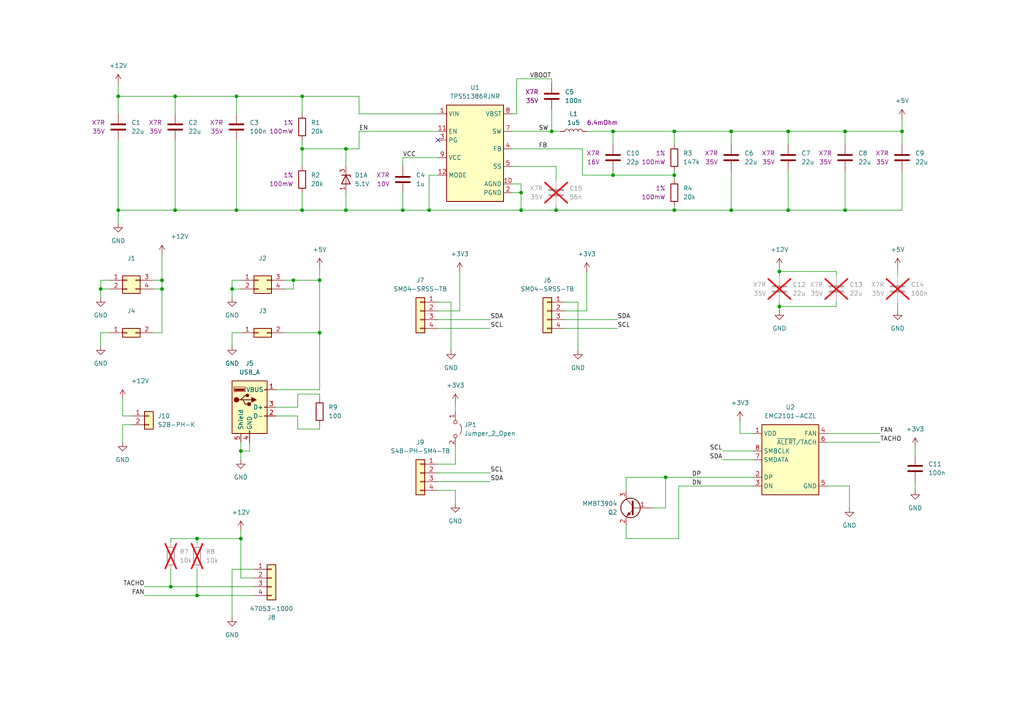
<source format=kicad_sch>
(kicad_sch (version 20231120) (generator "eeschema") (generator_version "8.0")
  (paper "A4")
  (lib_symbols
    (symbol "Connector:USB_A" (pin_names (offset 1.016))
      (property "Reference" "J" (at -5.08 11.43 0))
      (property "Value" "USB_A" (at -5.08 8.89 0))
      (symbol "USB_A_0_1"
        (rectangle (start -5.08 -7.62) (end 5.08 7.62) (stroke (width 0.254)) (fill (type background)))
        (circle (center -3.81 2.159) (radius 0.635) (stroke (width 0.254)) (fill (type outline)))
        (rectangle (start -1.524 4.826) (end -4.318 5.334) (fill (type outline)))
        (rectangle (start -1.27 4.572) (end -4.572 5.842))
        (circle (center -0.635 3.429) (radius 0.381) (stroke (width 0.254)) (fill (type outline)))
        (rectangle (start -0.127 -7.62) (end 0.127 -6.858))
        (polyline (pts (xy -3.175 2.159) (xy -2.54 2.159) (xy -1.27 3.429) (xy -0.635 3.429)) (stroke (width 0.254)))
        (polyline (pts (xy -2.54 2.159) (xy -1.905 2.159) (xy -1.27 0.889) (xy 0 0.889)) (stroke (width 0.254)))
        (polyline (pts (xy 0.635 2.794) (xy 0.635 1.524) (xy 1.905 2.159) (xy 0.635 2.794)) (stroke (width 0.254)) (fill (type outline)))
        (rectangle (start 0.254 1.27) (end -0.508 0.508) (stroke (width 0.254)) (fill (type outline)))
        (rectangle (start 5.08 -2.667) (end 4.318 -2.413))
        (rectangle (start 5.08 -0.127) (end 4.318 0.127))
        (rectangle (start 5.08 4.953) (end 4.318 5.207))
      )
      (symbol "USB_A_1_1"
        (polyline (pts (xy -1.905 2.159) (xy 0.635 2.159)) (stroke (width 0.254)))
        (pin power_in line (at 7.62 5.08 180) (length 2.54) (name "VBUS") (number "1"))
        (pin bidirectional line (at 7.62 -2.54 180) (length 2.54) (name "D-") (number "2"))
        (pin bidirectional line (at 7.62 0 180) (length 2.54) (name "D+") (number "3"))
        (pin power_in line (at 0 -10.16 90) (length 2.54) (name "GND") (number "4"))
        (pin passive line (at -2.54 -10.16 90) (length 2.54) (name "Shield") (number "5"))
      )
    )
    (symbol "Connector_Generic:Conn_01x02" (pin_names (offset 1.016) hide)
      (property "Reference" "J" (at 0 2.54 0))
      (property "Value" "Conn_01x02" (at 0 -5.08 0))
      (symbol "Conn_01x02_1_1"
        (rectangle (start -1.27 -2.413) (end 0 -2.667) (stroke (width 0.1524)))
        (rectangle (start -1.27 0.127) (end 0 -0.127) (stroke (width 0.1524)))
        (rectangle (start -1.27 1.27) (end 1.27 -3.81) (stroke (width 0.254)) (fill (type background)))
        (pin passive line (at -5.08 0 0) (length 3.81) (name "Pin_1") (number "1"))
        (pin passive line (at -5.08 -2.54 0) (length 3.81) (name "Pin_2") (number "2"))
      )
    )
    (symbol "Connector_Generic:Conn_01x04" (pin_names (offset 1.016) hide)
      (property "Reference" "J" (at 0 5.08 0))
      (property "Value" "Conn_01x04" (at 0 -7.62 0))
      (symbol "Conn_01x04_1_1"
        (rectangle (start -1.27 -4.953) (end 0 -5.207) (stroke (width 0.1524)))
        (rectangle (start -1.27 -2.413) (end 0 -2.667) (stroke (width 0.1524)))
        (rectangle (start -1.27 0.127) (end 0 -0.127) (stroke (width 0.1524)))
        (rectangle (start -1.27 2.667) (end 0 2.413) (stroke (width 0.1524)))
        (rectangle (start -1.27 3.81) (end 1.27 -6.35) (stroke (width 0.254)) (fill (type background)))
        (pin passive line (at -5.08 2.54 0) (length 3.81) (name "Pin_1") (number "1"))
        (pin passive line (at -5.08 0 0) (length 3.81) (name "Pin_2") (number "2"))
        (pin passive line (at -5.08 -2.54 0) (length 3.81) (name "Pin_3") (number "3"))
        (pin passive line (at -5.08 -5.08 0) (length 3.81) (name "Pin_4") (number "4"))
      )
    )
    (symbol "Connector_Generic:Conn_02x01" (pin_names (offset 1.016) hide)
      (property "Reference" "J" (at 1.27 2.54 0))
      (property "Value" "Conn_02x01" (at 1.27 -2.54 0))
      (symbol "Conn_02x01_1_1"
        (rectangle (start -1.27 0.127) (end 0 -0.127) (stroke (width 0.1524)))
        (rectangle (start -1.27 1.27) (end 3.81 -1.27) (stroke (width 0.254)) (fill (type background)))
        (rectangle (start 3.81 0.127) (end 2.54 -0.127) (stroke (width 0.1524)))
        (pin passive line (at -5.08 0 0) (length 3.81) (name "Pin_1") (number "1"))
        (pin passive line (at 7.62 0 180) (length 3.81) (name "Pin_2") (number "2"))
      )
    )
    (symbol "Connector_Generic:Conn_02x02_Top_Bottom" (pin_names (offset 1.016) hide)
      (property "Reference" "J" (at 1.27 2.54 0))
      (property "Value" "Conn_02x02_Top_Bottom" (at 1.27 -5.08 0))
      (symbol "Conn_02x02_Top_Bottom_1_1"
        (rectangle (start -1.27 -2.413) (end 0 -2.667) (stroke (width 0.1524)))
        (rectangle (start -1.27 0.127) (end 0 -0.127) (stroke (width 0.1524)))
        (rectangle (start -1.27 1.27) (end 3.81 -3.81) (stroke (width 0.254)) (fill (type background)))
        (rectangle (start 3.81 -2.413) (end 2.54 -2.667) (stroke (width 0.1524)))
        (rectangle (start 3.81 0.127) (end 2.54 -0.127) (stroke (width 0.1524)))
        (pin passive line (at -5.08 0 0) (length 3.81) (name "Pin_1") (number "1"))
        (pin passive line (at -5.08 -2.54 0) (length 3.81) (name "Pin_2") (number "2"))
        (pin passive line (at 7.62 0 180) (length 3.81) (name "Pin_3") (number "3"))
        (pin passive line (at 7.62 -2.54 180) (length 3.81) (name "Pin_4") (number "4"))
      )
    )
    (symbol "Device:C" (pin_numbers hide) (pin_names (offset 0.254))
      (property "Reference" "C" (at 0.635 2.54 0))
      (property "Value" "C" (at 0.635 -2.54 0))
      (symbol "C_0_1"
        (polyline (pts (xy -2.032 -0.762) (xy 2.032 -0.762)) (stroke (width 0.508)))
        (polyline (pts (xy -2.032 0.762) (xy 2.032 0.762)) (stroke (width 0.508)))
      )
      (symbol "C_1_1"
        (pin passive line (at 0 3.81 270) (length 2.794) (name "~") (number "1"))
        (pin passive line (at 0 -3.81 90) (length 2.794) (name "~") (number "2"))
      )
    )
    (symbol "Device:D_Zener_Dual_CommonCathode_AAK_Split" (pin_names (offset 0.762) hide)
      (property "Reference" "D" (at 0 2.54 0))
      (property "Value" "D_Zener_Dual_CommonCathode_AAK_Split" (at 0 -2.54 0))
      (symbol "D_Zener_Dual_CommonCathode_AAK_Split_0_0"
        (polyline (pts (xy 1.27 1.27) (xy 1.27 -1.27) (xy 0.762 -1.27)) (stroke (width 0.254)))
      )
      (symbol "D_Zener_Dual_CommonCathode_AAK_Split_0_1"
        (polyline (pts (xy 1.27 0) (xy -1.27 0)))
        (polyline (pts (xy -1.27 1.27) (xy 1.27 0) (xy -1.27 -1.27) (xy -1.27 1.27) (xy -1.27 1.27) (xy -1.27 1.27)) (stroke (width 0.254)))
        (pin passive line (at 3.81 0 180) (length 2.54) (name "K") (number "3"))
      )
      (symbol "D_Zener_Dual_CommonCathode_AAK_Split_1_1"
        (pin passive line (at -3.81 0 0) (length 2.54) (name "A") (number "1"))
      )
      (symbol "D_Zener_Dual_CommonCathode_AAK_Split_2_1"
        (pin passive line (at -3.81 0 0) (length 2.54) (name "K") (number "2"))
      )
    )
    (symbol "Device:L" (pin_numbers hide) (pin_names (offset 1.016) hide)
      (property "Reference" "L" (at -1.27 0 90))
      (property "Value" "L" (at 1.905 0 90))
      (symbol "L_0_1"
        (arc (start 0 -2.54) (mid 0.6323 -1.905) (end 0 -1.27))
        (arc (start 0 -1.27) (mid 0.6323 -0.635) (end 0 0))
        (arc (start 0 0) (mid 0.6323 0.635) (end 0 1.27))
        (arc (start 0 1.27) (mid 0.6323 1.905) (end 0 2.54))
      )
      (symbol "L_1_1"
        (pin passive line (at 0 3.81 270) (length 1.27) (name "1") (number "1"))
        (pin passive line (at 0 -3.81 90) (length 1.27) (name "2") (number "2"))
      )
    )
    (symbol "Device:R" (pin_numbers hide) (pin_names (offset 0))
      (property "Reference" "R" (at 2.032 0 90))
      (property "Value" "R" (at 0 0 90))
      (symbol "R_0_1"
        (rectangle (start -1.016 -2.54) (end 1.016 2.54) (stroke (width 0.254)))
      )
      (symbol "R_1_1"
        (pin passive line (at 0 3.81 270) (length 1.27) (name "~") (number "1"))
        (pin passive line (at 0 -3.81 90) (length 1.27) (name "~") (number "2"))
      )
    )
    (symbol "Jumper:Jumper_2_Open" (pin_names (offset 0) hide)
      (property "Reference" "JP" (at 0 2.794 0))
      (property "Value" "Jumper_2_Open" (at 0 -2.286 0))
      (symbol "Jumper_2_Open_0_0"
        (circle (center -2.032 0) (radius 0.508))
        (circle (center 2.032 0) (radius 0.508))
      )
      (symbol "Jumper_2_Open_0_1"
        (arc (start 1.524 1.27) (mid 0 1.778) (end -1.524 1.27))
      )
      (symbol "Jumper_2_Open_1_1"
        (pin passive line (at -5.08 0 0) (length 2.54) (name "A") (number "1"))
        (pin passive line (at 5.08 0 180) (length 2.54) (name "B") (number "2"))
      )
    )
    (symbol "Transistor_BJT:MMBT3904" (pin_names (offset 0) hide)
      (property "Reference" "Q" (at 5.08 1.905 0))
      (property "Value" "MMBT3904" (at 5.08 0 0))
      (symbol "MMBT3904_0_1"
        (polyline (pts (xy 0.635 0.635) (xy 2.54 2.54)))
        (polyline (pts (xy 0.635 -0.635) (xy 2.54 -2.54) (xy 2.54 -2.54)))
        (polyline (pts (xy 0.635 1.905) (xy 0.635 -1.905) (xy 0.635 -1.905)) (stroke (width 0.508)))
        (polyline (pts (xy 1.27 -1.778) (xy 1.778 -1.27) (xy 2.286 -2.286) (xy 1.27 -1.778) (xy 1.27 -1.778)) (fill (type outline)))
        (circle (center 1.27 0) (radius 2.8194) (stroke (width 0.254)))
      )
      (symbol "MMBT3904_1_1"
        (pin input line (at -5.08 0 0) (length 5.715) (name "B") (number "1"))
        (pin passive line (at 2.54 -5.08 90) (length 2.54) (name "E") (number "2"))
        (pin passive line (at 2.54 5.08 270) (length 2.54) (name "C") (number "3"))
      )
    )
    (symbol "common:EMC2101-ACZT"
      (property "Reference" "U" (at -7.62 -11.43 0))
      (property "Value" "EMC2101-ACZL" (at -1.27 11.43 0))
      (symbol "EMC2101-ACZT_1_0"
        (pin input line (at -11.43 7.62 0) (length 2.54) (name "VDD") (number "1"))
        (pin input line (at -11.43 -5.08 0) (length 2.54) (name "DP") (number "2"))
        (pin input line (at -11.43 -7.62 0) (length 2.54) (name "DN") (number "3"))
        (pin input line (at 10.16 7.62 180) (length 2.54) (name "FAN") (number "4"))
        (pin input line (at 10.16 -7.62 180) (length 2.54) (name "GND") (number "5"))
        (pin input line (at 10.16 5.08 180) (length 2.54) (name "~{ALERT}/TACH") (number "6"))
        (pin input line (at -11.43 0 0) (length 2.54) (name "SMDATA") (number "7"))
        (pin input line (at -11.43 2.54 0) (length 2.54) (name "SMBCLK") (number "8"))
      )
      (symbol "EMC2101-ACZT_1_1"
        (rectangle (start -8.89 10.16) (end 7.62 -10.16) (stroke (width 0.254)) (fill (type background)))
      )
    )
    (symbol "common:TPS51386RJNR"
      (property "Reference" "U" (at -7.62 15.24 0))
      (property "Value" "TPS51386RJNR" (at -7.62 -15.24 0))
      (symbol "TPS51386RJNR_1_0"
        (pin power_in line (at -10.16 11.43 0) (length 2.54) (name "VIN") (number "1"))
        (pin power_in line (at 11.43 -8.89 180) (length 2.54) (name "AGND") (number "10"))
        (pin input line (at -10.16 6.35 0) (length 2.54) (name "EN") (number "11"))
        (pin input line (at -10.16 -6.35 0) (length 2.54) (name "MODE") (number "12"))
        (pin power_in line (at 11.43 -11.43 180) (length 2.54) (name "PGND") (number "2"))
        (pin output line (at -10.16 3.81 0) (length 2.54) (name "PG") (number "3"))
        (pin input line (at 11.43 1.27 180) (length 2.54) (name "FB") (number "4"))
        (pin output line (at 11.43 -3.81 180) (length 2.54) (name "SS") (number "5"))
        (pin no_connect line (at -10.16 -11.43 0) (length 2.54) hide (name "NC") (number "6"))
        (pin output line (at 11.43 6.35 180) (length 2.54) (name "SW") (number "7"))
        (pin power_in line (at 11.43 11.43 180) (length 2.54) (name "VBST") (number "8"))
        (pin power_out line (at -10.16 -1.27 0) (length 2.54) (name "VCC") (number "9"))
      )
      (symbol "TPS51386RJNR_1_1"
        (rectangle (start -7.62 13.97) (end 8.89 -13.97) (stroke (width 0.254)) (fill (type background)))
      )
    )
    (symbol "power:+12V" (power) (pin_names (offset 0))
      (property "Value" "+12V" (at 0 3.556 0))
      (symbol "+12V_0_1"
        (polyline (pts (xy -0.762 1.27) (xy 0 2.54)))
        (polyline (pts (xy 0 0) (xy 0 2.54)))
        (polyline (pts (xy 0 2.54) (xy 0.762 1.27)))
      )
      (symbol "+12V_1_1"
        (pin power_in line (at 0 0 90) (length 0) hide (name "+12V") (number "1"))
      )
    )
    (symbol "power:+3V3" (power) (pin_names (offset 0))
      (property "Value" "+3V3" (at 0 3.556 0))
      (symbol "+3V3_0_1"
        (polyline (pts (xy -0.762 1.27) (xy 0 2.54)))
        (polyline (pts (xy 0 0) (xy 0 2.54)))
        (polyline (pts (xy 0 2.54) (xy 0.762 1.27)))
      )
      (symbol "+3V3_1_1"
        (pin power_in line (at 0 0 90) (length 0) hide (name "+3V3") (number "1"))
      )
    )
    (symbol "power:+5V" (power) (pin_names (offset 0))
      (property "Value" "+5V" (at 0 3.556 0))
      (symbol "+5V_0_1"
        (polyline (pts (xy -0.762 1.27) (xy 0 2.54)))
        (polyline (pts (xy 0 0) (xy 0 2.54)))
        (polyline (pts (xy 0 2.54) (xy 0.762 1.27)))
      )
      (symbol "+5V_1_1"
        (pin power_in line (at 0 0 90) (length 0) hide (name "+5V") (number "1"))
      )
    )
    (symbol "power:GND" (power) (pin_names (offset 0))
      (property "Value" "GND" (at 0 -3.81 0))
      (symbol "GND_0_1"
        (polyline (pts (xy 0 0) (xy 0 -1.27) (xy 1.27 -1.27) (xy 0 -2.54) (xy -1.27 -1.27) (xy 0 -1.27)))
      )
      (symbol "GND_1_1"
        (pin power_in line (at 0 0 270) (length 0) hide (name "GND") (number "1"))
      )
    )
  )
  (junction (at 92.71 81.28))
  (junction (at 100.33 60.96))
  (junction (at 195.58 50.8))
  (junction (at 226.06 78.74))
  (junction (at 151.13 55.88))
  (junction (at 57.15 172.72))
  (junction (at 245.11 60.96))
  (junction (at 87.63 60.96))
  (junction (at 212.09 60.96))
  (junction (at 226.06 88.9))
  (junction (at 124.46 60.96))
  (junction (at 177.8 50.8))
  (junction (at 212.09 38.1))
  (junction (at 69.85 130.81))
  (junction (at 68.58 60.96))
  (junction (at 87.63 27.94))
  (junction (at 34.29 60.96))
  (junction (at 85.09 81.28))
  (junction (at 116.84 60.96))
  (junction (at 195.58 60.96))
  (junction (at 34.29 27.94))
  (junction (at 69.85 156.21))
  (junction (at 228.6 60.96))
  (junction (at 49.53 170.18))
  (junction (at 46.99 81.28))
  (junction (at 193.04 138.43))
  (junction (at 261.62 38.1))
  (junction (at 100.33 43.18))
  (junction (at 57.15 156.21))
  (junction (at 68.58 27.94))
  (junction (at 67.31 83.82))
  (junction (at 50.8 27.94))
  (junction (at 161.29 60.96))
  (junction (at 29.21 83.82))
  (junction (at 245.11 38.1))
  (junction (at 228.6 38.1))
  (junction (at 46.99 83.82))
  (junction (at 92.71 96.52))
  (junction (at 160.02 38.1))
  (junction (at 177.8 38.1))
  (junction (at 50.8 60.96))
  (junction (at 151.13 60.96))
  (junction (at 87.63 43.18))
  (junction (at 195.58 38.1))
  (no_connect (at 127 40.64))
  (wire (pts (xy 246.38 140.97) (xy 246.38 147.32)))
  (wire (pts (xy 149.86 33.02) (xy 148.59 33.02)))
  (wire (pts (xy 195.58 38.1) (xy 195.58 41.91)))
  (wire (pts (xy 49.53 165.1) (xy 49.53 170.18)))
  (wire (pts (xy 49.53 170.18) (xy 73.66 170.18)))
  (wire (pts (xy 69.85 130.81) (xy 69.85 133.35)))
  (wire (pts (xy 67.31 165.1) (xy 67.31 179.07)))
  (wire (pts (xy 261.62 38.1) (xy 261.62 41.91)))
  (wire (pts (xy 57.15 156.21) (xy 57.15 157.48)))
  (wire (pts (xy 104.14 27.94) (xy 104.14 33.02)))
  (wire (pts (xy 177.8 38.1) (xy 177.8 41.91)))
  (wire (pts (xy 181.61 156.21) (xy 196.85 156.21)))
  (wire (pts (xy 68.58 27.94) (xy 68.58 33.02)))
  (wire (pts (xy 50.8 60.96) (xy 68.58 60.96)))
  (wire (pts (xy 245.11 38.1) (xy 245.11 41.91)))
  (wire (pts (xy 35.56 123.19) (xy 38.1 123.19)))
  (wire (pts (xy 50.8 27.94) (xy 68.58 27.94)))
  (wire (pts (xy 245.11 49.53) (xy 245.11 60.96)))
  (wire (pts (xy 240.03 128.27) (xy 255.27 128.27)))
  (wire (pts (xy 46.99 73.66) (xy 46.99 81.28)))
  (wire (pts (xy 124.46 60.96) (xy 151.13 60.96)))
  (wire (pts (xy 214.63 121.92) (xy 214.63 125.73)))
  (wire (pts (xy 82.55 83.82) (xy 85.09 83.82)))
  (wire (pts (xy 67.31 81.28) (xy 67.31 83.82)))
  (wire (pts (xy 69.85 81.28) (xy 67.31 81.28)))
  (wire (pts (xy 177.8 38.1) (xy 195.58 38.1)))
  (wire (pts (xy 168.91 50.8) (xy 168.91 43.18)))
  (wire (pts (xy 67.31 96.52) (xy 69.85 96.52)))
  (wire (pts (xy 127 142.24) (xy 132.08 142.24)))
  (wire (pts (xy 226.06 78.74) (xy 226.06 77.47)))
  (wire (pts (xy 228.6 60.96) (xy 245.11 60.96)))
  (wire (pts (xy 100.33 43.18) (xy 100.33 48.26)))
  (wire (pts (xy 124.46 60.96) (xy 116.84 60.96)))
  (wire (pts (xy 265.43 139.7) (xy 265.43 142.24)))
  (wire (pts (xy 127 92.71) (xy 142.24 92.71)))
  (wire (pts (xy 69.85 156.21) (xy 69.85 153.67)))
  (wire (pts (xy 92.71 114.3) (xy 86.36 114.3)))
  (wire (pts (xy 151.13 60.96) (xy 151.13 55.88)))
  (wire (pts (xy 29.21 81.28) (xy 29.21 83.82)))
  (wire (pts (xy 226.06 78.74) (xy 242.57 78.74)))
  (wire (pts (xy 87.63 43.18) (xy 87.63 48.26)))
  (wire (pts (xy 196.85 140.97) (xy 218.44 140.97)))
  (wire (pts (xy 212.09 60.96) (xy 228.6 60.96)))
  (wire (pts (xy 160.02 22.86) (xy 149.86 22.86)))
  (wire (pts (xy 226.06 88.9) (xy 226.06 90.17)))
  (wire (pts (xy 261.62 60.96) (xy 261.62 49.53)))
  (wire (pts (xy 212.09 38.1) (xy 212.09 41.91)))
  (wire (pts (xy 85.09 81.28) (xy 92.71 81.28)))
  (wire (pts (xy 160.02 31.75) (xy 160.02 38.1)))
  (wire (pts (xy 50.8 27.94) (xy 50.8 33.02)))
  (wire (pts (xy 161.29 60.96) (xy 195.58 60.96)))
  (wire (pts (xy 31.75 81.28) (xy 29.21 81.28)))
  (wire (pts (xy 133.35 78.74) (xy 133.35 90.17)))
  (wire (pts (xy 265.43 129.54) (xy 265.43 132.08)))
  (wire (pts (xy 67.31 83.82) (xy 69.85 83.82)))
  (wire (pts (xy 226.06 88.9) (xy 242.57 88.9)))
  (wire (pts (xy 163.83 92.71) (xy 179.07 92.71)))
  (wire (pts (xy 104.14 33.02) (xy 127 33.02)))
  (wire (pts (xy 160.02 38.1) (xy 162.56 38.1)))
  (wire (pts (xy 68.58 40.64) (xy 68.58 60.96)))
  (wire (pts (xy 92.71 81.28) (xy 92.71 96.52)))
  (wire (pts (xy 87.63 27.94) (xy 104.14 27.94)))
  (wire (pts (xy 228.6 49.53) (xy 228.6 60.96)))
  (wire (pts (xy 34.29 24.13) (xy 34.29 27.94)))
  (wire (pts (xy 195.58 60.96) (xy 212.09 60.96)))
  (wire (pts (xy 100.33 55.88) (xy 100.33 60.96)))
  (wire (pts (xy 34.29 60.96) (xy 34.29 40.64)))
  (wire (pts (xy 240.03 125.73) (xy 255.27 125.73)))
  (wire (pts (xy 67.31 100.33) (xy 67.31 96.52)))
  (wire (pts (xy 127 50.8) (xy 124.46 50.8)))
  (wire (pts (xy 226.06 78.74) (xy 226.06 80.01)))
  (wire (pts (xy 160.02 22.86) (xy 160.02 24.13)))
  (wire (pts (xy 35.56 128.27) (xy 35.56 123.19)))
  (wire (pts (xy 104.14 38.1) (xy 104.14 43.18)))
  (wire (pts (xy 86.36 124.46) (xy 92.71 124.46)))
  (wire (pts (xy 212.09 49.53) (xy 212.09 60.96)))
  (wire (pts (xy 170.18 90.17) (xy 163.83 90.17)))
  (wire (pts (xy 87.63 55.88) (xy 87.63 60.96)))
  (wire (pts (xy 245.11 38.1) (xy 261.62 38.1)))
  (wire (pts (xy 195.58 50.8) (xy 177.8 50.8)))
  (wire (pts (xy 82.55 96.52) (xy 92.71 96.52)))
  (wire (pts (xy 181.61 138.43) (xy 193.04 138.43)))
  (wire (pts (xy 260.35 87.63) (xy 260.35 90.17)))
  (wire (pts (xy 57.15 172.72) (xy 73.66 172.72)))
  (wire (pts (xy 69.85 130.81) (xy 72.39 130.81)))
  (wire (pts (xy 195.58 49.53) (xy 195.58 50.8)))
  (wire (pts (xy 170.18 78.74) (xy 170.18 90.17)))
  (wire (pts (xy 167.64 87.63) (xy 167.64 101.6)))
  (wire (pts (xy 49.53 156.21) (xy 57.15 156.21)))
  (wire (pts (xy 87.63 43.18) (xy 100.33 43.18)))
  (wire (pts (xy 100.33 60.96) (xy 87.63 60.96)))
  (wire (pts (xy 195.58 59.69) (xy 195.58 60.96)))
  (wire (pts (xy 35.56 115.57) (xy 35.56 120.65)))
  (wire (pts (xy 104.14 43.18) (xy 100.33 43.18)))
  (wire (pts (xy 49.53 157.48) (xy 49.53 156.21)))
  (wire (pts (xy 196.85 156.21) (xy 196.85 140.97)))
  (wire (pts (xy 148.59 38.1) (xy 160.02 38.1)))
  (wire (pts (xy 87.63 27.94) (xy 87.63 33.02)))
  (wire (pts (xy 127 137.16) (xy 142.24 137.16)))
  (wire (pts (xy 228.6 38.1) (xy 245.11 38.1)))
  (wire (pts (xy 168.91 43.18) (xy 148.59 43.18)))
  (wire (pts (xy 116.84 48.26) (xy 116.84 45.72)))
  (wire (pts (xy 149.86 22.86) (xy 149.86 33.02)))
  (wire (pts (xy 92.71 77.47) (xy 92.71 81.28)))
  (wire (pts (xy 92.71 114.3) (xy 92.71 115.57)))
  (wire (pts (xy 34.29 27.94) (xy 50.8 27.94)))
  (wire (pts (xy 151.13 60.96) (xy 161.29 60.96)))
  (wire (pts (xy 86.36 114.3) (xy 86.36 118.11)))
  (wire (pts (xy 177.8 49.53) (xy 177.8 50.8)))
  (wire (pts (xy 133.35 90.17) (xy 127 90.17)))
  (wire (pts (xy 193.04 138.43) (xy 218.44 138.43)))
  (wire (pts (xy 34.29 60.96) (xy 50.8 60.96)))
  (wire (pts (xy 261.62 34.29) (xy 261.62 38.1)))
  (wire (pts (xy 181.61 152.4) (xy 181.61 156.21)))
  (wire (pts (xy 67.31 83.82) (xy 67.31 86.36)))
  (wire (pts (xy 124.46 50.8) (xy 124.46 60.96)))
  (wire (pts (xy 29.21 100.33) (xy 29.21 96.52)))
  (wire (pts (xy 127 87.63) (xy 130.81 87.63)))
  (wire (pts (xy 163.83 87.63) (xy 167.64 87.63)))
  (wire (pts (xy 127 139.7) (xy 142.24 139.7)))
  (wire (pts (xy 80.01 120.65) (xy 86.36 120.65)))
  (wire (pts (xy 242.57 88.9) (xy 242.57 87.63)))
  (wire (pts (xy 67.31 165.1) (xy 73.66 165.1)))
  (wire (pts (xy 209.55 133.35) (xy 218.44 133.35)))
  (wire (pts (xy 57.15 156.21) (xy 69.85 156.21)))
  (wire (pts (xy 44.45 96.52) (xy 46.99 96.52)))
  (wire (pts (xy 163.83 95.25) (xy 179.07 95.25)))
  (wire (pts (xy 132.08 134.62) (xy 132.08 129.54)))
  (wire (pts (xy 50.8 60.96) (xy 50.8 40.64)))
  (wire (pts (xy 116.84 60.96) (xy 116.84 55.88)))
  (wire (pts (xy 151.13 55.88) (xy 151.13 53.34)))
  (wire (pts (xy 44.45 81.28) (xy 46.99 81.28)))
  (wire (pts (xy 69.85 128.27) (xy 69.85 130.81)))
  (wire (pts (xy 92.71 123.19) (xy 92.71 124.46)))
  (wire (pts (xy 127 95.25) (xy 142.24 95.25)))
  (wire (pts (xy 127 38.1) (xy 104.14 38.1)))
  (wire (pts (xy 170.18 38.1) (xy 177.8 38.1)))
  (wire (pts (xy 127 134.62) (xy 132.08 134.62)))
  (wire (pts (xy 177.8 50.8) (xy 168.91 50.8)))
  (wire (pts (xy 212.09 38.1) (xy 228.6 38.1)))
  (wire (pts (xy 240.03 140.97) (xy 246.38 140.97)))
  (wire (pts (xy 44.45 83.82) (xy 46.99 83.82)))
  (wire (pts (xy 57.15 165.1) (xy 57.15 172.72)))
  (wire (pts (xy 86.36 120.65) (xy 86.36 124.46)))
  (wire (pts (xy 82.55 81.28) (xy 85.09 81.28)))
  (wire (pts (xy 69.85 167.64) (xy 73.66 167.64)))
  (wire (pts (xy 161.29 59.69) (xy 161.29 60.96)))
  (wire (pts (xy 29.21 83.82) (xy 31.75 83.82)))
  (wire (pts (xy 132.08 116.84) (xy 132.08 119.38)))
  (wire (pts (xy 193.04 138.43) (xy 193.04 147.32)))
  (wire (pts (xy 34.29 33.02) (xy 34.29 27.94)))
  (wire (pts (xy 72.39 130.81) (xy 72.39 128.27)))
  (wire (pts (xy 34.29 60.96) (xy 34.29 64.77)))
  (wire (pts (xy 195.58 50.8) (xy 195.58 52.07)))
  (wire (pts (xy 181.61 142.24) (xy 181.61 138.43)))
  (wire (pts (xy 116.84 45.72) (xy 127 45.72)))
  (wire (pts (xy 226.06 87.63) (xy 226.06 88.9)))
  (wire (pts (xy 214.63 125.73) (xy 218.44 125.73)))
  (wire (pts (xy 41.91 172.72) (xy 57.15 172.72)))
  (wire (pts (xy 228.6 38.1) (xy 228.6 41.91)))
  (wire (pts (xy 85.09 81.28) (xy 85.09 83.82)))
  (wire (pts (xy 29.21 96.52) (xy 31.75 96.52)))
  (wire (pts (xy 148.59 53.34) (xy 151.13 53.34)))
  (wire (pts (xy 29.21 83.82) (xy 29.21 86.36)))
  (wire (pts (xy 132.08 142.24) (xy 132.08 146.05)))
  (wire (pts (xy 245.11 60.96) (xy 261.62 60.96)))
  (wire (pts (xy 148.59 48.26) (xy 161.29 48.26)))
  (wire (pts (xy 80.01 113.03) (xy 92.71 113.03)))
  (wire (pts (xy 35.56 120.65) (xy 38.1 120.65)))
  (wire (pts (xy 242.57 78.74) (xy 242.57 80.01)))
  (wire (pts (xy 148.59 55.88) (xy 151.13 55.88)))
  (wire (pts (xy 193.04 147.32) (xy 189.23 147.32)))
  (wire (pts (xy 209.55 130.81) (xy 218.44 130.81)))
  (wire (pts (xy 68.58 60.96) (xy 87.63 60.96)))
  (wire (pts (xy 68.58 27.94) (xy 87.63 27.94)))
  (wire (pts (xy 86.36 118.11) (xy 80.01 118.11)))
  (wire (pts (xy 100.33 60.96) (xy 116.84 60.96)))
  (wire (pts (xy 130.81 87.63) (xy 130.81 101.6)))
  (wire (pts (xy 69.85 156.21) (xy 69.85 167.64)))
  (wire (pts (xy 161.29 48.26) (xy 161.29 52.07)))
  (wire (pts (xy 46.99 81.28) (xy 46.99 83.82)))
  (wire (pts (xy 260.35 77.47) (xy 260.35 80.01)))
  (wire (pts (xy 41.91 170.18) (xy 49.53 170.18)))
  (wire (pts (xy 195.58 38.1) (xy 212.09 38.1)))
  (wire (pts (xy 46.99 96.52) (xy 46.99 83.82)))
  (wire (pts (xy 87.63 40.64) (xy 87.63 43.18)))
  (wire (pts (xy 92.71 96.52) (xy 92.71 113.03)))
  (label "FAN" (at 255.27 125.73 0))
  (label "SDA" (at 209.55 133.35 180))
  (label "DP" (at 200.66 138.43 0))
  (label "FB" (at 156.21 43.18 0))
  (label "SW" (at 156.21 38.1 0))
  (label "SDA" (at 179.07 92.71 0))
  (label "SCL" (at 209.55 130.81 180))
  (label "TACHO" (at 255.27 128.27 0))
  (label "SDA" (at 142.24 92.71 0))
  (label "TACHO" (at 41.91 170.18 180))
  (label "SCL" (at 142.24 95.25 0))
  (label "SCL" (at 179.07 95.25 0))
  (label "DN" (at 200.66 140.97 0))
  (label "FAN" (at 41.91 172.72 180))
  (label "SCL" (at 142.24 137.16 0))
  (label "VCC" (at 116.84 45.72 0))
  (label "SDA" (at 142.24 139.7 0))
  (label "EN" (at 104.14 38.1 0))
  (label "VBOOT" (at 153.67 22.86 0))
  (symbol (lib_id "common:TPS51386RJNR") (at 137.16 44.45 0) (unit 1)
    (property "Reference" "U1" (at 137.795 25.4 0))
    (property "Value" "TPS51386RJNR" (at 137.795 27.94 0))
    (property "Footprint" "common:Texas_VQFN-HR-12_2x3mm_P0.5mm" (effects (hide yes)))
    (property "Datasheet" "https://www.ti.com/lit/ds/symlink/tps51386.pdf" (effects (hide yes)))
  )
  (symbol (lib_id "Device:R") (at 195.58 55.88 0) (unit 1)
    (property "Reference" "R4" (at 198.12 54.61 0) (effects (justify left)))
    (property "Value" "20k" (at 198.12 57.15 0) (effects (justify left)))
    (property "Footprint" "Resistor_SMD:R_0805_2012Metric" (effects (hide yes)))
    (property "Tolerance" "1%" (at 193.04 54.61 0) (effects (justify right)))
    (property "Power Rating" "100mW" (at 193.04 57.15 0) (effects (justify right)))
  )
  (symbol (lib_id "Device:L") (at 166.37 38.1 90) (unit 1)
    (property "Reference" "L1" (at 166.37 33.02 90))
    (property "Value" "1u5" (at 166.37 35.56 90))
    (property "Footprint" "common:L_Bourns_SRP6050CA_6.6x6.4mm" (effects (hide yes)))
    (property "DSR" "6.4mOhm" (at 170.18 35.56 90) (effects (justify right)))
    (property "MPN" "SRP6050CA-1R5M" (effects (hide yes)))
  )
  (symbol (lib_id "power:GND") (at 226.06 90.17 0) (unit 1)
    (property "Reference" "#PWR025" (effects (hide yes)))
    (property "Value" "GND" (at 226.06 95.25 0))
  )
  (symbol (lib_id "Device:R") (at 195.58 45.72 0) (unit 1)
    (property "Reference" "R3" (at 198.12 44.45 0) (effects (justify left)))
    (property "Value" "147k" (at 198.12 46.99 0) (effects (justify left)))
    (property "Footprint" "Resistor_SMD:R_0805_2012Metric" (effects (hide yes)))
    (property "Tolerance" "1%" (at 193.04 44.45 0) (effects (justify right)))
    (property "Power Rating" "100mW" (at 193.04 46.99 0) (effects (justify right)))
  )
  (symbol (lib_id "power:GND") (at 67.31 100.33 0) (unit 1)
    (property "Reference" "#PWR04" (effects (hide yes)))
    (property "Value" "GND" (at 67.31 105.41 0))
  )
  (symbol (lib_id "Device:C") (at 34.29 36.83 0) (unit 1)
    (property "Reference" "C1" (at 38.1 35.56 0) (effects (justify left)))
    (property "Value" "22u" (at 38.1 38.1 0) (effects (justify left)))
    (property "Footprint" "Capacitor_SMD:C_1206_3216Metric" (effects (hide yes)))
    (property "Dielectric" "X7R" (at 30.48 35.56 0) (effects (justify right)))
    (property "Voltage Rating" "35V" (at 30.48 38.1 0) (effects (justify right)))
  )
  (symbol (lib_id "power:+12V") (at 46.99 73.66 0) (unit 1)
    (property "Reference" "#PWR020" (effects (hide yes)))
    (property "Value" "+12V" (at 52.07 68.58 0))
  )
  (symbol (lib_id "Device:R") (at 87.63 52.07 0) (unit 1)
    (property "Reference" "R2" (at 90.17 50.8 0) (effects (justify left)))
    (property "Value" "20k" (at 90.17 53.34 0) (effects (justify left)))
    (property "Footprint" "Resistor_SMD:R_0805_2012Metric" (effects (hide yes)))
    (property "Tolerance" "1%" (at 85.09 50.8 0) (effects (justify right)))
    (property "Power Rating" "100mW" (at 85.09 53.34 0) (effects (justify right)))
  )
  (symbol (lib_id "common:EMC2101-ACZT") (at 229.87 133.35 0) (unit 1)
    (property "Reference" "U2" (at 229.235 118.11 0))
    (property "Value" "EMC2101-ACZL" (at 229.235 120.65 0))
    (property "Footprint" "Package_SO:SOIC-8_3.9x4.9mm_P1.27mm" (effects (hide yes)))
  )
  (symbol (lib_id "power:+12V") (at 226.06 77.47 0) (unit 1)
    (property "Reference" "#PWR024" (effects (hide yes)))
    (property "Value" "+12V" (at 226.06 72.39 0))
  )
  (symbol (lib_id "power:+5V") (at 261.62 34.29 0) (unit 1)
    (property "Reference" "#PWR05" (effects (hide yes)))
    (property "Value" "+5V" (at 261.62 29.21 0))
  )
  (symbol (lib_id "power:GND") (at 167.64 101.6 0) (mirror y) (unit 1)
    (property "Reference" "#PWR010" (effects (hide yes)))
    (property "Value" "GND" (at 167.64 106.68 0))
  )
  (symbol (lib_id "Device:C") (at 261.62 45.72 0) (unit 1)
    (property "Reference" "C9" (at 265.43 44.45 0) (effects (justify left)))
    (property "Value" "22u" (at 265.43 46.99 0) (effects (justify left)))
    (property "Footprint" "Capacitor_SMD:C_1206_3216Metric" (effects (hide yes)))
    (property "Dielectric" "X7R" (at 257.81 44.45 0) (effects (justify right)))
    (property "Voltage Rating" "35V" (at 257.81 46.99 0) (effects (justify right)))
  )
  (symbol (lib_id "power:+12V") (at 69.85 153.67 0) (unit 1)
    (property "Reference" "#PWR015" (effects (hide yes)))
    (property "Value" "+12V" (at 69.85 148.59 0))
  )
  (symbol (lib_id "Device:D_Zener_Dual_CommonCathode_AAK_Split") (at 100.33 52.07 90) (unit 1)
    (property "Reference" "D1" (at 102.87 50.8 90) (effects (justify right)))
    (property "Value" "5.1V" (at 102.87 53.34 90) (effects (justify right)))
    (property "Footprint" "Package_TO_SOT_SMD:SOT-23" (effects (hide yes)))
    (property "MPN" "MMBZ5231BLT1G" (effects (hide yes)))
  )
  (symbol (lib_id "Device:C") (at 226.06 83.82 0) (unit 1) (dnp yes)
    (property "Reference" "C12" (at 229.87 82.55 0) (effects (justify left)))
    (property "Value" "22u" (at 229.87 85.09 0) (effects (justify left)))
    (property "Footprint" "Capacitor_SMD:C_1206_3216Metric" (effects (hide yes)))
    (property "Dielectric" "X7R" (at 222.25 82.55 0) (effects (justify right)))
    (property "Voltage Rating" "35V" (at 222.25 85.09 0) (effects (justify right)))
  )
  (symbol (lib_id "Connector_Generic:Conn_01x04") (at 121.92 90.17 0) (mirror y) (unit 1)
    (property "Reference" "J7" (at 121.92 81.28 0))
    (property "Value" "SM04-SRSS-TB" (at 121.92 83.82 0))
    (property "Footprint" "common:JST_SH_SM04B-SRSS-TB_1x04-1MP_P1.00mm_Horizontal" (effects (hide yes)))
  )
  (symbol (lib_id "power:+12V") (at 35.56 115.57 0) (unit 1)
    (property "Reference" "#PWR018" (effects (hide yes)))
    (property "Value" "+12V" (at 40.64 110.49 0))
  )
  (symbol (lib_id "Connector_Generic:Conn_01x04") (at 121.92 137.16 0) (mirror y) (unit 1)
    (property "Reference" "J9" (at 121.92 128.27 0))
    (property "Value" "S4B-PH-SM4-TB" (at 121.92 130.81 0))
    (property "Footprint" "common:JST_PH_S4B-PH-SM4-TB_1x04-1MP_P2.00mm_Horizontal" (effects (hide yes)))
    (property "MPN" "S4B-PH-SM4-TB" (effects (hide yes)))
  )
  (symbol (lib_id "power:GND") (at 67.31 86.36 0) (unit 1)
    (property "Reference" "#PWR02" (effects (hide yes)))
    (property "Value" "GND" (at 67.31 91.44 0))
  )
  (symbol (lib_id "Connector_Generic:Conn_02x01") (at 74.93 96.52 0) (unit 1)
    (property "Reference" "J3" (at 76.2 90.17 0))
    (property "Value" "Conn_02x01" (effects (hide yes)))
    (property "Footprint" "common:Molex_Mini-Fit_Jr_5569-02A2_2x01_P4.20mm_Horizontal" (effects (hide yes)))
  )
  (symbol (lib_id "power:GND") (at 265.43 142.24 0) (mirror y) (unit 1)
    (property "Reference" "#PWR012" (effects (hide yes)))
    (property "Value" "GND" (at 265.43 147.32 0))
  )
  (symbol (lib_id "power:+3V3") (at 170.18 78.74 0) (mirror y) (unit 1)
    (property "Reference" "#PWR09" (effects (hide yes)))
    (property "Value" "+3V3" (at 170.18 73.66 0))
  )
  (symbol (lib_id "Device:C") (at 260.35 83.82 0) (unit 1) (dnp yes)
    (property "Reference" "C14" (at 264.16 82.55 0) (effects (justify left)))
    (property "Value" "100n" (at 264.16 85.09 0) (effects (justify left)))
    (property "Footprint" "Capacitor_SMD:C_0603_1608Metric" (effects (hide yes)))
    (property "Dielectric" "X7R" (at 256.54 82.55 0) (effects (justify right)))
    (property "Voltage Rating" "35V" (at 256.54 85.09 0) (effects (justify right)))
  )
  (symbol (lib_id "Device:C") (at 265.43 135.89 0) (unit 1)
    (property "Reference" "C11" (at 269.24 134.62 0) (effects (justify left)))
    (property "Value" "100n" (at 269.24 137.16 0) (effects (justify left)))
    (property "Footprint" "Capacitor_SMD:C_0603_1608Metric" (effects (hide yes)))
    (property "Dielectric" "X7R" (effects (hide yes)))
    (property "Voltage Rating" "35V" (effects (hide yes)))
  )
  (symbol (lib_id "Device:C") (at 50.8 36.83 0) (unit 1)
    (property "Reference" "C2" (at 54.61 35.56 0) (effects (justify left)))
    (property "Value" "22u" (at 54.61 38.1 0) (effects (justify left)))
    (property "Footprint" "Capacitor_SMD:C_1206_3216Metric" (effects (hide yes)))
    (property "Dielectric" "X7R" (at 46.99 35.56 0) (effects (justify right)))
    (property "Voltage Rating" "35V" (at 46.99 38.1 0) (effects (justify right)))
  )
  (symbol (lib_id "Connector_Generic:Conn_02x02_Top_Bottom") (at 36.83 81.28 0) (unit 1)
    (property "Reference" "J1" (at 38.1 74.93 0))
    (property "Value" "Conn_02x02_Top_Bottom" (effects (hide yes)))
    (property "Footprint" "common:Molex_Mini-Fit_Jr_5569-04A2_2x02_P4.20mm_Horizontal" (effects (hide yes)))
  )
  (symbol (lib_id "power:GND") (at 69.85 133.35 0) (unit 1)
    (property "Reference" "#PWR08" (effects (hide yes)))
    (property "Value" "GND" (at 69.85 138.43 0))
  )
  (symbol (lib_id "Device:C") (at 160.02 27.94 0) (unit 1)
    (property "Reference" "C5" (at 163.83 26.67 0) (effects (justify left)))
    (property "Value" "100n" (at 163.83 29.21 0) (effects (justify left)))
    (property "Footprint" "Capacitor_SMD:C_0603_1608Metric" (effects (hide yes)))
    (property "Dielectric" "X7R" (at 156.21 26.67 0) (effects (justify right)))
    (property "Voltage Rating" "35V" (at 156.21 29.21 0) (effects (justify right)))
  )
  (symbol (lib_id "Transistor_BJT:MMBT3904") (at 184.15 147.32 0) (mirror y) (unit 1)
    (property "Reference" "Q2" (at 179.07 148.59 0) (effects (justify left)))
    (property "Value" "MMBT3904" (at 179.07 146.05 0) (effects (justify left)))
    (property "Footprint" "Package_TO_SOT_SMD:SOT-23" (effects (hide yes)))
    (property "Datasheet" "https://www.onsemi.com/pdf/datasheet/pzt3904-d.pdf" (effects (hide yes)))
  )
  (symbol (lib_id "power:+3V3") (at 133.35 78.74 0) (mirror y) (unit 1)
    (property "Reference" "#PWR022" (effects (hide yes)))
    (property "Value" "+3V3" (at 133.35 73.66 0))
  )
  (symbol (lib_id "power:+3V3") (at 214.63 121.92 0) (mirror y) (unit 1)
    (property "Reference" "#PWR013" (effects (hide yes)))
    (property "Value" "+3V3" (at 214.63 116.84 0))
  )
  (symbol (lib_id "power:GND") (at 35.56 128.27 0) (unit 1)
    (property "Reference" "#PWR021" (effects (hide yes)))
    (property "Value" "GND" (at 35.56 133.35 0))
  )
  (symbol (lib_id "Device:C") (at 161.29 55.88 0) (unit 1) (dnp yes)
    (property "Reference" "C15" (at 165.1 54.61 0) (effects (justify left)))
    (property "Value" "56n" (at 165.1 57.15 0) (effects (justify left)))
    (property "Footprint" "Capacitor_SMD:C_0603_1608Metric" (effects (hide yes)))
    (property "Dielectric" "X7R" (at 157.48 54.61 0) (effects (justify right)))
    (property "Voltage Rating" "35V" (at 157.48 57.15 0) (effects (justify right)))
  )
  (symbol (lib_id "Device:R") (at 49.53 161.29 0) (unit 1) (dnp yes)
    (property "Reference" "R7" (at 52.07 160.02 0) (effects (justify left)))
    (property "Value" "10k" (at 52.07 162.56 0) (effects (justify left)))
    (property "Footprint" "Resistor_SMD:R_0805_2012Metric" (effects (hide yes)))
    (property "Tolerance" "1%" (effects (hide yes)))
    (property "Power Rating" "100mW" (effects (hide yes)))
  )
  (symbol (lib_id "Connector_Generic:Conn_02x01") (at 36.83 96.52 0) (unit 1)
    (property "Reference" "J4" (at 38.1 90.17 0))
    (property "Value" "Conn_02x01" (effects (hide yes)))
    (property "Footprint" "common:Molex_Mini-Fit_Jr_5569-02A2_2x01_P4.20mm_Horizontal" (effects (hide yes)))
  )
  (symbol (lib_id "power:+3V3") (at 265.43 129.54 0) (mirror y) (unit 1)
    (property "Reference" "#PWR011" (effects (hide yes)))
    (property "Value" "+3V3" (at 265.43 124.46 0))
  )
  (symbol (lib_id "Connector:USB_A") (at 72.39 118.11 0) (unit 1)
    (property "Reference" "J5" (at 72.39 105.41 0))
    (property "Value" "USB_A" (at 72.39 107.95 0))
    (property "Footprint" "common:AMP_87583-2010RPLF" (effects (hide yes)))
    (property "Datasheet" " ~" (effects (hide yes)))
    (property "MPN" "87583-2010RPLF" (effects (hide yes)))
  )
  (symbol (lib_id "Device:C") (at 242.57 83.82 0) (unit 1) (dnp yes)
    (property "Reference" "C13" (at 246.38 82.55 0) (effects (justify left)))
    (property "Value" "22u" (at 246.38 85.09 0) (effects (justify left)))
    (property "Footprint" "Capacitor_SMD:C_1206_3216Metric" (effects (hide yes)))
    (property "Dielectric" "X7R" (at 238.76 82.55 0) (effects (justify right)))
    (property "Voltage Rating" "35V" (at 238.76 85.09 0) (effects (justify right)))
  )
  (symbol (lib_id "Device:C") (at 228.6 45.72 0) (unit 1)
    (property "Reference" "C7" (at 232.41 44.45 0) (effects (justify left)))
    (property "Value" "22u" (at 232.41 46.99 0) (effects (justify left)))
    (property "Footprint" "Capacitor_SMD:C_1206_3216Metric" (effects (hide yes)))
    (property "Dielectric" "X7R" (at 224.79 44.45 0) (effects (justify right)))
    (property "Voltage Rating" "35V" (at 224.79 46.99 0) (effects (justify right)))
  )
  (symbol (lib_id "power:+12V") (at 34.29 24.13 0) (unit 1)
    (property "Reference" "#PWR019" (effects (hide yes)))
    (property "Value" "+12V" (at 34.29 19.05 0))
  )
  (symbol (lib_id "power:+5V") (at 260.35 77.47 0) (unit 1)
    (property "Reference" "#PWR023" (effects (hide yes)))
    (property "Value" "+5V" (at 260.35 72.39 0))
  )
  (symbol (lib_id "power:GND") (at 132.08 146.05 0) (mirror y) (unit 1)
    (property "Reference" "#PWR027" (effects (hide yes)))
    (property "Value" "GND" (at 132.08 151.13 0))
  )
  (symbol (lib_id "Connector_Generic:Conn_01x04") (at 158.75 90.17 0) (mirror y) (unit 1)
    (property "Reference" "J6" (at 158.75 81.28 0))
    (property "Value" "SM04-SRSS-TB" (at 158.75 83.82 0))
    (property "Footprint" "common:JST_SH_SM04B-SRSS-TB_1x04-1MP_P1.00mm_Horizontal" (effects (hide yes)))
  )
  (symbol (lib_id "Device:C") (at 245.11 45.72 0) (unit 1)
    (property "Reference" "C8" (at 248.92 44.45 0) (effects (justify left)))
    (property "Value" "22u" (at 248.92 46.99 0) (effects (justify left)))
    (property "Footprint" "Capacitor_SMD:C_1206_3216Metric" (effects (hide yes)))
    (property "Dielectric" "X7R" (at 241.3 44.45 0) (effects (justify right)))
    (property "Voltage Rating" "35V" (at 241.3 46.99 0) (effects (justify right)))
  )
  (symbol (lib_id "power:GND") (at 67.31 179.07 0) (mirror y) (unit 1)
    (property "Reference" "#PWR014" (effects (hide yes)))
    (property "Value" "GND" (at 67.31 184.15 0))
  )
  (symbol (lib_id "Connector_Generic:Conn_01x04") (at 78.74 167.64 0) (unit 1)
    (property "Reference" "J8" (at 78.74 179.07 0))
    (property "Value" "47053-1000" (at 78.74 176.53 0))
    (property "Footprint" "Connector:FanPinHeader_1x04_P2.54mm_Vertical" (effects (hide yes)))
  )
  (symbol (lib_id "Connector_Generic:Conn_01x02") (at 43.18 120.65 0) (unit 1)
    (property "Reference" "J10" (at 45.72 120.6499 0) (effects (justify left)))
    (property "Value" "S2B-PH-K" (at 45.72 123.1899 0) (effects (justify left)))
    (property "Footprint" "Connector_JST:JST_PH_S2B-PH-K_1x02_P2.00mm_Horizontal" (effects (hide yes)))
    (property "Description" "Generic connector, single row, 01x02, script generated (kicad-library-utils/schlib/autogen/connector/)" (effects (hide yes)))
    (property "MPN" "S2B-PH-K" (effects (hide yes)))
  )
  (symbol (lib_id "Device:C") (at 212.09 45.72 0) (unit 1)
    (property "Reference" "C6" (at 215.9 44.45 0) (effects (justify left)))
    (property "Value" "22u" (at 215.9 46.99 0) (effects (justify left)))
    (property "Footprint" "Capacitor_SMD:C_1206_3216Metric" (effects (hide yes)))
    (property "Dielectric" "X7R" (at 208.28 44.45 0) (effects (justify right)))
    (property "Voltage Rating" "35V" (at 208.28 46.99 0) (effects (justify right)))
  )
  (symbol (lib_id "Jumper:Jumper_2_Open") (at 132.08 124.46 270) (unit 1)
    (property "Reference" "JP1" (at 134.62 123.1899 90) (effects (justify left)))
    (property "Value" "Jumper_2_Open" (at 134.62 125.7299 90) (effects (justify left)))
    (property "Footprint" "Connector_PinHeader_2.54mm:PinHeader_1x02_P2.54mm_Vertical" (effects (hide yes)))
    (property "Description" "Jumper, 2-pole, open" (effects (hide yes)))
  )
  (symbol (lib_id "power:GND") (at 29.21 86.36 0) (unit 1)
    (property "Reference" "#PWR03" (effects (hide yes)))
    (property "Value" "GND" (at 29.21 91.44 0))
  )
  (symbol (lib_id "Device:C") (at 177.8 45.72 0) (unit 1)
    (property "Reference" "C10" (at 181.61 44.45 0) (effects (justify left)))
    (property "Value" "22p" (at 181.61 46.99 0) (effects (justify left)))
    (property "Footprint" "Capacitor_SMD:C_0603_1608Metric" (effects (hide yes)))
    (property "Dielectric" "X7R" (at 173.99 44.45 0) (effects (justify right)))
    (property "Voltage Rating" "16V" (at 173.99 46.99 0) (effects (justify right)))
  )
  (symbol (lib_id "Device:R") (at 92.71 119.38 0) (unit 1)
    (property "Reference" "R9" (at 95.25 118.11 0) (effects (justify left)))
    (property "Value" "100" (at 95.25 120.65 0) (effects (justify left)))
    (property "Footprint" "Resistor_SMD:R_0805_2012Metric" (effects (hide yes)))
    (property "Tolerance" "1%" (effects (hide yes)))
    (property "Power Rating" "100mW" (effects (hide yes)))
  )
  (symbol (lib_id "power:GND") (at 130.81 101.6 0) (mirror y) (unit 1)
    (property "Reference" "#PWR017" (effects (hide yes)))
    (property "Value" "GND" (at 130.81 106.68 0))
  )
  (symbol (lib_id "power:+5V") (at 92.71 77.47 0) (unit 1)
    (property "Reference" "#PWR06" (effects (hide yes)))
    (property "Value" "+5V" (at 92.71 72.39 0))
  )
  (symbol (lib_id "power:GND") (at 246.38 147.32 0) (mirror y) (unit 1)
    (property "Reference" "#PWR016" (effects (hide yes)))
    (property "Value" "GND" (at 246.38 152.4 0))
  )
  (symbol (lib_id "Device:C") (at 116.84 52.07 0) (unit 1)
    (property "Reference" "C4" (at 120.65 50.8 0) (effects (justify left)))
    (property "Value" "1u" (at 120.65 53.34 0) (effects (justify left)))
    (property "Footprint" "Capacitor_SMD:C_0603_1608Metric" (effects (hide yes)))
    (property "Dielectric" "X7R" (at 113.03 50.8 0) (effects (justify right)))
    (property "Voltage Rating" "10V" (at 113.03 53.34 0) (effects (justify right)))
  )
  (symbol (lib_id "Device:R") (at 57.15 161.29 0) (unit 1) (dnp yes)
    (property "Reference" "R8" (at 59.69 160.02 0) (effects (justify left)))
    (property "Value" "10k" (at 59.69 162.56 0) (effects (justify left)))
    (property "Footprint" "Resistor_SMD:R_0805_2012Metric" (effects (hide yes)))
    (property "Tolerance" "1%" (effects (hide yes)))
    (property "Power Rating" "100mW" (effects (hide yes)))
  )
  (symbol (lib_id "Device:R") (at 87.63 36.83 0) (unit 1)
    (property "Reference" "R1" (at 90.17 35.56 0) (effects (justify left)))
    (property "Value" "20k" (at 90.17 38.1 0) (effects (justify left)))
    (property "Footprint" "Resistor_SMD:R_0805_2012Metric" (effects (hide yes)))
    (property "Tolerance" "1%" (at 85.09 35.56 0) (effects (justify right)))
    (property "Power Rating" "100mW" (at 85.09 38.1 0) (effects (justify right)))
  )
  (symbol (lib_id "Device:C") (at 68.58 36.83 0) (unit 1)
    (property "Reference" "C3" (at 72.39 35.56 0) (effects (justify left)))
    (property "Value" "100n" (at 72.39 38.1 0) (effects (justify left)))
    (property "Footprint" "Capacitor_SMD:C_0603_1608Metric" (effects (hide yes)))
    (property "Dielectric" "X7R" (at 64.77 35.56 0) (effects (justify right)))
    (property "Voltage Rating" "35V" (at 64.77 38.1 0) (effects (justify right)))
  )
  (symbol (lib_id "power:GND") (at 29.21 100.33 0) (unit 1)
    (property "Reference" "#PWR07" (effects (hide yes)))
    (property "Value" "GND" (at 29.21 105.41 0))
  )
  (symbol (lib_id "power:+3V3") (at 132.08 116.84 0) (mirror y) (unit 1)
    (property "Reference" "#PWR028" (effects (hide yes)))
    (property "Value" "+3V3" (at 132.08 111.76 0))
  )
  (symbol (lib_id "power:GND") (at 260.35 90.17 0) (unit 1)
    (property "Reference" "#PWR026" (effects (hide yes)))
    (property "Value" "GND" (at 260.35 95.25 0))
  )
  (symbol (lib_id "power:GND") (at 34.29 64.77 0) (unit 1)
    (property "Reference" "#PWR01" (effects (hide yes)))
    (property "Value" "GND" (at 34.29 69.85 0))
  )
  (symbol (lib_id "Connector_Generic:Conn_02x02_Top_Bottom") (at 74.93 81.28 0) (unit 1)
    (property "Reference" "J2" (at 76.2 74.93 0))
    (property "Value" "Conn_02x02_Top_Bottom" (effects (hide yes)))
    (property "Footprint" "common:Molex_Mini-Fit_Jr_5569-04A2_2x02_P4.20mm_Horizontal" (effects (hide yes)))
  )
)
</source>
